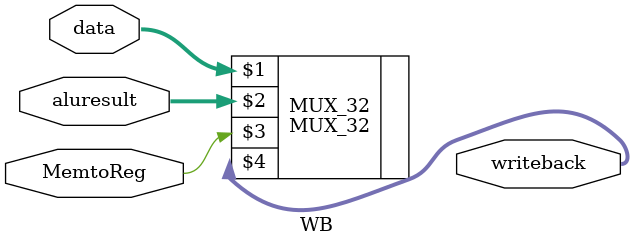
<source format=v>
`timescale 1ns / 1ps


module WB(
    input   [31:0]data,
    input   [31:0]aluresult,
    input   MemtoReg,
    output  [31:0]writeback
    );

    MUX_32 MUX_32(data[31:0],aluresult[31:0],MemtoReg,writeback);
endmodule

</source>
